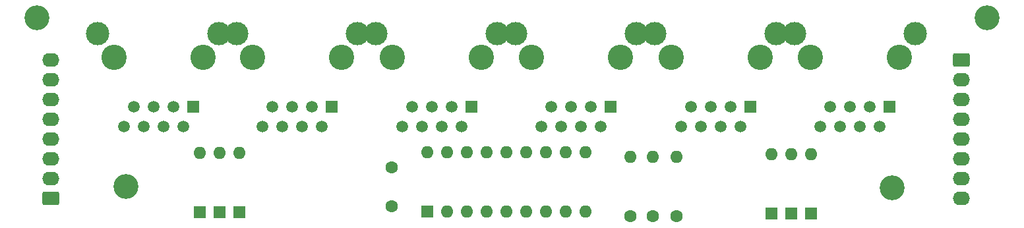
<source format=gbs>
G04 #@! TF.GenerationSoftware,KiCad,Pcbnew,7.0.1*
G04 #@! TF.CreationDate,2023-07-05T16:18:13-05:00*
G04 #@! TF.ProjectId,pn5180 mcp23008 breakout board,706e3531-3830-4206-9d63-703233303038,rev?*
G04 #@! TF.SameCoordinates,Original*
G04 #@! TF.FileFunction,Soldermask,Bot*
G04 #@! TF.FilePolarity,Negative*
%FSLAX46Y46*%
G04 Gerber Fmt 4.6, Leading zero omitted, Abs format (unit mm)*
G04 Created by KiCad (PCBNEW 7.0.1) date 2023-07-05 16:18:13*
%MOMM*%
%LPD*%
G01*
G04 APERTURE LIST*
G04 Aperture macros list*
%AMRoundRect*
0 Rectangle with rounded corners*
0 $1 Rounding radius*
0 $2 $3 $4 $5 $6 $7 $8 $9 X,Y pos of 4 corners*
0 Add a 4 corners polygon primitive as box body*
4,1,4,$2,$3,$4,$5,$6,$7,$8,$9,$2,$3,0*
0 Add four circle primitives for the rounded corners*
1,1,$1+$1,$2,$3*
1,1,$1+$1,$4,$5*
1,1,$1+$1,$6,$7*
1,1,$1+$1,$8,$9*
0 Add four rect primitives between the rounded corners*
20,1,$1+$1,$2,$3,$4,$5,0*
20,1,$1+$1,$4,$5,$6,$7,0*
20,1,$1+$1,$6,$7,$8,$9,0*
20,1,$1+$1,$8,$9,$2,$3,0*%
G04 Aperture macros list end*
%ADD10R,1.600000X1.600000*%
%ADD11O,1.600000X1.600000*%
%ADD12C,3.000000*%
%ADD13C,1.500000*%
%ADD14R,1.500000X1.500000*%
%ADD15C,3.250000*%
%ADD16C,3.200000*%
%ADD17RoundRect,0.250000X-0.845000X0.620000X-0.845000X-0.620000X0.845000X-0.620000X0.845000X0.620000X0*%
%ADD18O,2.190000X1.740000*%
%ADD19C,1.600000*%
%ADD20RoundRect,0.250000X0.845000X-0.620000X0.845000X0.620000X-0.845000X0.620000X-0.845000X-0.620000X0*%
G04 APERTURE END LIST*
D10*
X138811000Y-104775000D03*
D11*
X141351000Y-104775000D03*
X143891000Y-104775000D03*
X146431000Y-104775000D03*
X148971000Y-104775000D03*
X151511000Y-104775000D03*
X154051000Y-104775000D03*
X156591000Y-104775000D03*
X159131000Y-104775000D03*
X159131000Y-97155000D03*
X156591000Y-97155000D03*
X154051000Y-97155000D03*
X151511000Y-97155000D03*
X148971000Y-97155000D03*
X146431000Y-97155000D03*
X143891000Y-97155000D03*
X141351000Y-97155000D03*
X138811000Y-97155000D03*
D12*
X150114000Y-81915000D03*
X165654000Y-81915000D03*
D13*
X153439000Y-93855000D03*
X154709000Y-91315000D03*
X155979000Y-93855000D03*
X157249000Y-91315000D03*
X158519000Y-93855000D03*
X159789000Y-91315000D03*
X161059000Y-93855000D03*
D14*
X162329000Y-91315000D03*
D15*
X152169000Y-84965000D03*
X163599000Y-84965000D03*
D16*
X198501000Y-101727000D03*
D12*
X114300000Y-81915000D03*
X129840000Y-81915000D03*
D13*
X117625000Y-93855000D03*
X118895000Y-91315000D03*
X120165000Y-93855000D03*
X121435000Y-91315000D03*
X122705000Y-93855000D03*
X123975000Y-91315000D03*
X125245000Y-93855000D03*
D14*
X126515000Y-91315000D03*
D15*
X116355000Y-84965000D03*
X127785000Y-84965000D03*
D16*
X88646000Y-79883000D03*
D11*
X114681000Y-97282000D03*
D10*
X114681000Y-104902000D03*
D17*
X207391000Y-85344000D03*
D18*
X207391000Y-87884000D03*
X207391000Y-90424000D03*
X207391000Y-92964000D03*
X207391000Y-95504000D03*
X207391000Y-98044000D03*
X207391000Y-100584000D03*
X207391000Y-103124000D03*
D10*
X185547000Y-105029000D03*
D11*
X185547000Y-97409000D03*
D16*
X210693000Y-79883000D03*
D19*
X170815000Y-105410000D03*
D11*
X170815000Y-97790000D03*
D12*
X96474000Y-81915000D03*
X112014000Y-81915000D03*
D13*
X99799000Y-93855000D03*
X101069000Y-91315000D03*
X102339000Y-93855000D03*
X103609000Y-91315000D03*
X104879000Y-93855000D03*
X106149000Y-91315000D03*
X107419000Y-93855000D03*
D14*
X108689000Y-91315000D03*
D15*
X98529000Y-84965000D03*
X109959000Y-84965000D03*
X199413000Y-84965000D03*
X187983000Y-84965000D03*
D14*
X198143000Y-91315000D03*
D13*
X196873000Y-93855000D03*
X195603000Y-91315000D03*
X194333000Y-93855000D03*
X193063000Y-91315000D03*
X191793000Y-93855000D03*
X190523000Y-91315000D03*
X189253000Y-93855000D03*
D12*
X201468000Y-81915000D03*
X185928000Y-81915000D03*
D10*
X183007000Y-105029000D03*
D11*
X183007000Y-97409000D03*
D19*
X134239000Y-104100000D03*
X134239000Y-99100000D03*
D10*
X188087000Y-105029000D03*
D11*
X188087000Y-97409000D03*
D20*
X90424000Y-103124000D03*
D18*
X90424000Y-100584000D03*
X90424000Y-98044000D03*
X90424000Y-95504000D03*
X90424000Y-92964000D03*
X90424000Y-90424000D03*
X90424000Y-87884000D03*
X90424000Y-85344000D03*
D10*
X109601000Y-104902000D03*
D11*
X109601000Y-97282000D03*
D19*
X164846000Y-105410000D03*
D11*
X164846000Y-97790000D03*
D19*
X167767000Y-105410000D03*
D11*
X167767000Y-97790000D03*
X112141000Y-97282000D03*
D10*
X112141000Y-104902000D03*
D12*
X132207000Y-81915000D03*
X147747000Y-81915000D03*
D13*
X135532000Y-93855000D03*
X136802000Y-91315000D03*
X138072000Y-93855000D03*
X139342000Y-91315000D03*
X140612000Y-93855000D03*
X141882000Y-91315000D03*
X143152000Y-93855000D03*
D14*
X144422000Y-91315000D03*
D15*
X134262000Y-84965000D03*
X145692000Y-84965000D03*
D16*
X100076000Y-101600000D03*
D12*
X168021000Y-81915000D03*
X183561000Y-81915000D03*
D13*
X171346000Y-93855000D03*
X172616000Y-91315000D03*
X173886000Y-93855000D03*
X175156000Y-91315000D03*
X176426000Y-93855000D03*
X177696000Y-91315000D03*
X178966000Y-93855000D03*
D14*
X180236000Y-91315000D03*
D15*
X170076000Y-84965000D03*
X181506000Y-84965000D03*
M02*

</source>
